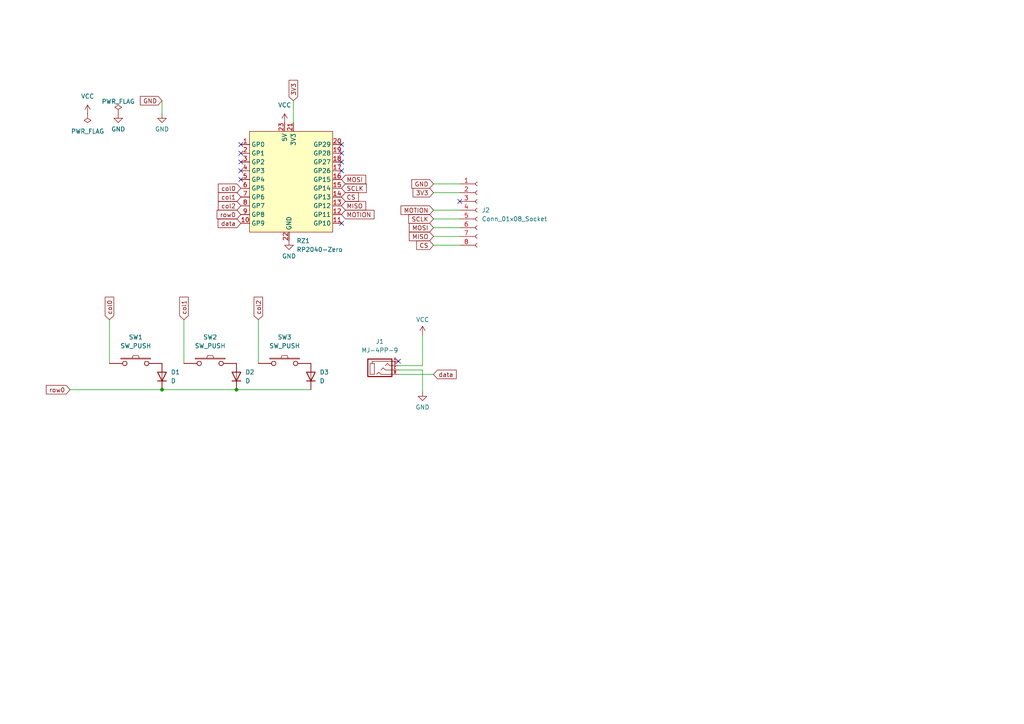
<source format=kicad_sch>
(kicad_sch (version 20230121) (generator eeschema)

  (uuid 3529b290-5177-4216-9dc6-c8171dc6140f)

  (paper "A4")

  (lib_symbols
    (symbol "Connector:Conn_01x08_Socket" (pin_names (offset 1.016) hide) (in_bom yes) (on_board yes)
      (property "Reference" "J" (at 0 10.16 0)
        (effects (font (size 1.27 1.27)))
      )
      (property "Value" "Conn_01x08_Socket" (at 0 -12.7 0)
        (effects (font (size 1.27 1.27)))
      )
      (property "Footprint" "" (at 0 0 0)
        (effects (font (size 1.27 1.27)) hide)
      )
      (property "Datasheet" "~" (at 0 0 0)
        (effects (font (size 1.27 1.27)) hide)
      )
      (property "ki_locked" "" (at 0 0 0)
        (effects (font (size 1.27 1.27)))
      )
      (property "ki_keywords" "connector" (at 0 0 0)
        (effects (font (size 1.27 1.27)) hide)
      )
      (property "ki_description" "Generic connector, single row, 01x08, script generated" (at 0 0 0)
        (effects (font (size 1.27 1.27)) hide)
      )
      (property "ki_fp_filters" "Connector*:*_1x??_*" (at 0 0 0)
        (effects (font (size 1.27 1.27)) hide)
      )
      (symbol "Conn_01x08_Socket_1_1"
        (arc (start 0 -9.652) (mid -0.5058 -10.16) (end 0 -10.668)
          (stroke (width 0.1524) (type default))
          (fill (type none))
        )
        (arc (start 0 -7.112) (mid -0.5058 -7.62) (end 0 -8.128)
          (stroke (width 0.1524) (type default))
          (fill (type none))
        )
        (arc (start 0 -4.572) (mid -0.5058 -5.08) (end 0 -5.588)
          (stroke (width 0.1524) (type default))
          (fill (type none))
        )
        (arc (start 0 -2.032) (mid -0.5058 -2.54) (end 0 -3.048)
          (stroke (width 0.1524) (type default))
          (fill (type none))
        )
        (polyline
          (pts
            (xy -1.27 -10.16)
            (xy -0.508 -10.16)
          )
          (stroke (width 0.1524) (type default))
          (fill (type none))
        )
        (polyline
          (pts
            (xy -1.27 -7.62)
            (xy -0.508 -7.62)
          )
          (stroke (width 0.1524) (type default))
          (fill (type none))
        )
        (polyline
          (pts
            (xy -1.27 -5.08)
            (xy -0.508 -5.08)
          )
          (stroke (width 0.1524) (type default))
          (fill (type none))
        )
        (polyline
          (pts
            (xy -1.27 -2.54)
            (xy -0.508 -2.54)
          )
          (stroke (width 0.1524) (type default))
          (fill (type none))
        )
        (polyline
          (pts
            (xy -1.27 0)
            (xy -0.508 0)
          )
          (stroke (width 0.1524) (type default))
          (fill (type none))
        )
        (polyline
          (pts
            (xy -1.27 2.54)
            (xy -0.508 2.54)
          )
          (stroke (width 0.1524) (type default))
          (fill (type none))
        )
        (polyline
          (pts
            (xy -1.27 5.08)
            (xy -0.508 5.08)
          )
          (stroke (width 0.1524) (type default))
          (fill (type none))
        )
        (polyline
          (pts
            (xy -1.27 7.62)
            (xy -0.508 7.62)
          )
          (stroke (width 0.1524) (type default))
          (fill (type none))
        )
        (arc (start 0 0.508) (mid -0.5058 0) (end 0 -0.508)
          (stroke (width 0.1524) (type default))
          (fill (type none))
        )
        (arc (start 0 3.048) (mid -0.5058 2.54) (end 0 2.032)
          (stroke (width 0.1524) (type default))
          (fill (type none))
        )
        (arc (start 0 5.588) (mid -0.5058 5.08) (end 0 4.572)
          (stroke (width 0.1524) (type default))
          (fill (type none))
        )
        (arc (start 0 8.128) (mid -0.5058 7.62) (end 0 7.112)
          (stroke (width 0.1524) (type default))
          (fill (type none))
        )
        (pin passive line (at -5.08 7.62 0) (length 3.81)
          (name "Pin_1" (effects (font (size 1.27 1.27))))
          (number "1" (effects (font (size 1.27 1.27))))
        )
        (pin passive line (at -5.08 5.08 0) (length 3.81)
          (name "Pin_2" (effects (font (size 1.27 1.27))))
          (number "2" (effects (font (size 1.27 1.27))))
        )
        (pin passive line (at -5.08 2.54 0) (length 3.81)
          (name "Pin_3" (effects (font (size 1.27 1.27))))
          (number "3" (effects (font (size 1.27 1.27))))
        )
        (pin passive line (at -5.08 0 0) (length 3.81)
          (name "Pin_4" (effects (font (size 1.27 1.27))))
          (number "4" (effects (font (size 1.27 1.27))))
        )
        (pin passive line (at -5.08 -2.54 0) (length 3.81)
          (name "Pin_5" (effects (font (size 1.27 1.27))))
          (number "5" (effects (font (size 1.27 1.27))))
        )
        (pin passive line (at -5.08 -5.08 0) (length 3.81)
          (name "Pin_6" (effects (font (size 1.27 1.27))))
          (number "6" (effects (font (size 1.27 1.27))))
        )
        (pin passive line (at -5.08 -7.62 0) (length 3.81)
          (name "Pin_7" (effects (font (size 1.27 1.27))))
          (number "7" (effects (font (size 1.27 1.27))))
        )
        (pin passive line (at -5.08 -10.16 0) (length 3.81)
          (name "Pin_8" (effects (font (size 1.27 1.27))))
          (number "8" (effects (font (size 1.27 1.27))))
        )
      )
    )
    (symbol "Device:D" (pin_numbers hide) (pin_names (offset 1.016) hide) (in_bom yes) (on_board yes)
      (property "Reference" "D" (at 0 2.54 0)
        (effects (font (size 1.27 1.27)))
      )
      (property "Value" "D" (at 0 -2.54 0)
        (effects (font (size 1.27 1.27)))
      )
      (property "Footprint" "" (at 0 0 0)
        (effects (font (size 1.27 1.27)) hide)
      )
      (property "Datasheet" "~" (at 0 0 0)
        (effects (font (size 1.27 1.27)) hide)
      )
      (property "Sim.Device" "D" (at 0 0 0)
        (effects (font (size 1.27 1.27)) hide)
      )
      (property "Sim.Pins" "1=K 2=A" (at 0 0 0)
        (effects (font (size 1.27 1.27)) hide)
      )
      (property "ki_keywords" "diode" (at 0 0 0)
        (effects (font (size 1.27 1.27)) hide)
      )
      (property "ki_description" "Diode" (at 0 0 0)
        (effects (font (size 1.27 1.27)) hide)
      )
      (property "ki_fp_filters" "TO-???* *_Diode_* *SingleDiode* D_*" (at 0 0 0)
        (effects (font (size 1.27 1.27)) hide)
      )
      (symbol "D_0_1"
        (polyline
          (pts
            (xy -1.27 1.27)
            (xy -1.27 -1.27)
          )
          (stroke (width 0.254) (type default))
          (fill (type none))
        )
        (polyline
          (pts
            (xy 1.27 0)
            (xy -1.27 0)
          )
          (stroke (width 0) (type default))
          (fill (type none))
        )
        (polyline
          (pts
            (xy 1.27 1.27)
            (xy 1.27 -1.27)
            (xy -1.27 0)
            (xy 1.27 1.27)
          )
          (stroke (width 0.254) (type default))
          (fill (type none))
        )
      )
      (symbol "D_1_1"
        (pin passive line (at -3.81 0 0) (length 2.54)
          (name "K" (effects (font (size 1.27 1.27))))
          (number "1" (effects (font (size 1.27 1.27))))
        )
        (pin passive line (at 3.81 0 180) (length 2.54)
          (name "A" (effects (font (size 1.27 1.27))))
          (number "2" (effects (font (size 1.27 1.27))))
        )
      )
    )
    (symbol "foostan_kbd:MJ-4PP-9" (pin_names (offset 1.016)) (in_bom yes) (on_board yes)
      (property "Reference" "J" (at 0 3.81 0)
        (effects (font (size 1.27 1.27)))
      )
      (property "Value" "MJ-4PP-9" (at 0 -3.81 0)
        (effects (font (size 1.27 1.27)))
      )
      (property "Footprint" "" (at 6.985 4.445 0)
        (effects (font (size 1.27 1.27)) hide)
      )
      (property "Datasheet" "~" (at 6.985 4.445 0)
        (effects (font (size 1.27 1.27)) hide)
      )
      (property "ki_keywords" "audio jack receptable stereo headphones TRRS connector" (at 0 0 0)
        (effects (font (size 1.27 1.27)) hide)
      )
      (property "ki_description" "4-pin (audio) jack receptable (stereo + 4th pin/TRRS connector), compatible with PJ320A" (at 0 0 0)
        (effects (font (size 1.27 1.27)) hide)
      )
      (symbol "MJ-4PP-9_0_1"
        (rectangle (start -1.905 -1.905) (end -3.175 1.27)
          (stroke (width 0) (type solid))
          (fill (type none))
        )
        (polyline
          (pts
            (xy -2.54 1.27)
            (xy -2.54 1.905)
            (xy 3.175 1.905)
          )
          (stroke (width 0) (type solid))
          (fill (type none))
        )
        (polyline
          (pts
            (xy -1.27 -1.905)
            (xy -0.635 -1.27)
            (xy 0 -1.905)
            (xy 3.175 -1.905)
          )
          (stroke (width 0) (type solid))
          (fill (type none))
        )
        (polyline
          (pts
            (xy 0 -0.635)
            (xy 0.635 0)
            (xy 1.27 -0.635)
            (xy 3.175 -0.635)
          )
          (stroke (width 0) (type solid))
          (fill (type none))
        )
        (polyline
          (pts
            (xy 1.27 0.635)
            (xy 1.905 1.27)
            (xy 2.54 0.635)
            (xy 3.175 0.635)
          )
          (stroke (width 0) (type solid))
          (fill (type none))
        )
        (rectangle (start 3.175 2.54) (end -3.81 -2.54)
          (stroke (width 0.3048) (type solid))
          (fill (type none))
        )
      )
      (symbol "MJ-4PP-9_1_1"
        (pin input line (at 5.08 1.905 180) (length 2.0066)
          (name "~" (effects (font (size 0.508 0.508))))
          (number "A" (effects (font (size 0.7112 0.7112))))
        )
        (pin input line (at 5.08 -1.905 180) (length 2.0066)
          (name "~" (effects (font (size 0.508 0.508))))
          (number "B" (effects (font (size 0.7112 0.7112))))
        )
        (pin input line (at 5.08 -0.635 180) (length 2.0066)
          (name "~" (effects (font (size 0.508 0.508))))
          (number "C" (effects (font (size 0.7112 0.7112))))
        )
        (pin input line (at 5.08 0.635 180) (length 2.0066)
          (name "~" (effects (font (size 0.508 0.508))))
          (number "D" (effects (font (size 0.7112 0.7112))))
        )
      )
    )
    (symbol "foostan_kbd:SW_PUSH" (pin_numbers hide) (pin_names (offset 1.016) hide) (in_bom yes) (on_board yes)
      (property "Reference" "SW" (at 3.81 2.794 0)
        (effects (font (size 1.27 1.27)))
      )
      (property "Value" "SW_PUSH" (at 0 -2.032 0)
        (effects (font (size 1.27 1.27)))
      )
      (property "Footprint" "" (at 0 0 0)
        (effects (font (size 1.27 1.27)))
      )
      (property "Datasheet" "" (at 0 0 0)
        (effects (font (size 1.27 1.27)))
      )
      (symbol "SW_PUSH_0_1"
        (rectangle (start -4.318 1.27) (end 4.318 1.524)
          (stroke (width 0) (type solid))
          (fill (type none))
        )
        (polyline
          (pts
            (xy -1.016 1.524)
            (xy -0.762 2.286)
            (xy 0.762 2.286)
            (xy 1.016 1.524)
          )
          (stroke (width 0) (type solid))
          (fill (type none))
        )
        (pin passive inverted (at -7.62 0 0) (length 5.08)
          (name "1" (effects (font (size 1.27 1.27))))
          (number "1" (effects (font (size 1.27 1.27))))
        )
        (pin passive inverted (at 7.62 0 180) (length 5.08)
          (name "2" (effects (font (size 1.27 1.27))))
          (number "2" (effects (font (size 1.27 1.27))))
        )
      )
    )
    (symbol "power:GND" (power) (pin_names (offset 0)) (in_bom yes) (on_board yes)
      (property "Reference" "#PWR" (at 0 -6.35 0)
        (effects (font (size 1.27 1.27)) hide)
      )
      (property "Value" "GND" (at 0 -3.81 0)
        (effects (font (size 1.27 1.27)))
      )
      (property "Footprint" "" (at 0 0 0)
        (effects (font (size 1.27 1.27)) hide)
      )
      (property "Datasheet" "" (at 0 0 0)
        (effects (font (size 1.27 1.27)) hide)
      )
      (property "ki_keywords" "global power" (at 0 0 0)
        (effects (font (size 1.27 1.27)) hide)
      )
      (property "ki_description" "Power symbol creates a global label with name \"GND\" , ground" (at 0 0 0)
        (effects (font (size 1.27 1.27)) hide)
      )
      (symbol "GND_0_1"
        (polyline
          (pts
            (xy 0 0)
            (xy 0 -1.27)
            (xy 1.27 -1.27)
            (xy 0 -2.54)
            (xy -1.27 -1.27)
            (xy 0 -1.27)
          )
          (stroke (width 0) (type default))
          (fill (type none))
        )
      )
      (symbol "GND_1_1"
        (pin power_in line (at 0 0 270) (length 0) hide
          (name "GND" (effects (font (size 1.27 1.27))))
          (number "1" (effects (font (size 1.27 1.27))))
        )
      )
    )
    (symbol "power:PWR_FLAG" (power) (pin_numbers hide) (pin_names (offset 0) hide) (in_bom yes) (on_board yes)
      (property "Reference" "#FLG" (at 0 1.905 0)
        (effects (font (size 1.27 1.27)) hide)
      )
      (property "Value" "PWR_FLAG" (at 0 3.81 0)
        (effects (font (size 1.27 1.27)))
      )
      (property "Footprint" "" (at 0 0 0)
        (effects (font (size 1.27 1.27)) hide)
      )
      (property "Datasheet" "~" (at 0 0 0)
        (effects (font (size 1.27 1.27)) hide)
      )
      (property "ki_keywords" "flag power" (at 0 0 0)
        (effects (font (size 1.27 1.27)) hide)
      )
      (property "ki_description" "Special symbol for telling ERC where power comes from" (at 0 0 0)
        (effects (font (size 1.27 1.27)) hide)
      )
      (symbol "PWR_FLAG_0_0"
        (pin power_out line (at 0 0 90) (length 0)
          (name "pwr" (effects (font (size 1.27 1.27))))
          (number "1" (effects (font (size 1.27 1.27))))
        )
      )
      (symbol "PWR_FLAG_0_1"
        (polyline
          (pts
            (xy 0 0)
            (xy 0 1.27)
            (xy -1.016 1.905)
            (xy 0 2.54)
            (xy 1.016 1.905)
            (xy 0 1.27)
          )
          (stroke (width 0) (type default))
          (fill (type none))
        )
      )
    )
    (symbol "power:VCC" (power) (pin_names (offset 0)) (in_bom yes) (on_board yes)
      (property "Reference" "#PWR" (at 0 -3.81 0)
        (effects (font (size 1.27 1.27)) hide)
      )
      (property "Value" "VCC" (at 0 3.81 0)
        (effects (font (size 1.27 1.27)))
      )
      (property "Footprint" "" (at 0 0 0)
        (effects (font (size 1.27 1.27)) hide)
      )
      (property "Datasheet" "" (at 0 0 0)
        (effects (font (size 1.27 1.27)) hide)
      )
      (property "ki_keywords" "global power" (at 0 0 0)
        (effects (font (size 1.27 1.27)) hide)
      )
      (property "ki_description" "Power symbol creates a global label with name \"VCC\"" (at 0 0 0)
        (effects (font (size 1.27 1.27)) hide)
      )
      (symbol "VCC_0_1"
        (polyline
          (pts
            (xy -0.762 1.27)
            (xy 0 2.54)
          )
          (stroke (width 0) (type default))
          (fill (type none))
        )
        (polyline
          (pts
            (xy 0 0)
            (xy 0 2.54)
          )
          (stroke (width 0) (type default))
          (fill (type none))
        )
        (polyline
          (pts
            (xy 0 2.54)
            (xy 0.762 1.27)
          )
          (stroke (width 0) (type default))
          (fill (type none))
        )
      )
      (symbol "VCC_1_1"
        (pin power_in line (at 0 0 90) (length 0) hide
          (name "VCC" (effects (font (size 1.27 1.27))))
          (number "1" (effects (font (size 1.27 1.27))))
        )
      )
    )
    (symbol "rp2040-zero:RP2040-Zero" (in_bom yes) (on_board yes)
      (property "Reference" "RZ" (at 0 0 0)
        (effects (font (size 1.27 1.27)))
      )
      (property "Value" "RP2040-Zero" (at 0 -2.54 0)
        (effects (font (size 1.27 1.27)))
      )
      (property "Footprint" "RP2040-Zero:RP2040-Zero" (at 0 0 0)
        (effects (font (size 1.27 1.27)))
      )
      (property "Datasheet" "" (at 0 0 0)
        (effects (font (size 1.27 1.27)) hide)
      )
      (symbol "RP2040-Zero_0_1"
        (rectangle (start -11.43 -15.24) (end 12.7 13.97)
          (stroke (width 0) (type default))
          (fill (type background))
        )
      )
      (symbol "RP2040-Zero_1_1"
        (pin bidirectional line (at -13.97 10.16 0) (length 2.54)
          (name "GP0" (effects (font (size 1.27 1.27))))
          (number "1" (effects (font (size 1.27 1.27))))
        )
        (pin bidirectional line (at -13.97 -12.7 0) (length 2.54)
          (name "GP9" (effects (font (size 1.27 1.27))))
          (number "10" (effects (font (size 1.27 1.27))))
        )
        (pin bidirectional line (at 15.24 -12.7 180) (length 2.54)
          (name "GP10" (effects (font (size 1.27 1.27))))
          (number "11" (effects (font (size 1.27 1.27))))
        )
        (pin bidirectional line (at 15.24 -10.16 180) (length 2.54)
          (name "GP11" (effects (font (size 1.27 1.27))))
          (number "12" (effects (font (size 1.27 1.27))))
        )
        (pin bidirectional line (at 15.24 -7.62 180) (length 2.54)
          (name "GP12" (effects (font (size 1.27 1.27))))
          (number "13" (effects (font (size 1.27 1.27))))
        )
        (pin bidirectional line (at 15.24 -5.08 180) (length 2.54)
          (name "GP13" (effects (font (size 1.27 1.27))))
          (number "14" (effects (font (size 1.27 1.27))))
        )
        (pin bidirectional line (at 15.24 -2.54 180) (length 2.54)
          (name "GP14" (effects (font (size 1.27 1.27))))
          (number "15" (effects (font (size 1.27 1.27))))
        )
        (pin bidirectional line (at 15.24 0 180) (length 2.54)
          (name "GP15" (effects (font (size 1.27 1.27))))
          (number "16" (effects (font (size 1.27 1.27))))
        )
        (pin bidirectional line (at 15.24 2.54 180) (length 2.54)
          (name "GP26" (effects (font (size 1.27 1.27))))
          (number "17" (effects (font (size 1.27 1.27))))
        )
        (pin bidirectional line (at 15.24 5.08 180) (length 2.54)
          (name "GP27" (effects (font (size 1.27 1.27))))
          (number "18" (effects (font (size 1.27 1.27))))
        )
        (pin bidirectional line (at 15.24 7.62 180) (length 2.54)
          (name "GP28" (effects (font (size 1.27 1.27))))
          (number "19" (effects (font (size 1.27 1.27))))
        )
        (pin bidirectional line (at -13.97 7.62 0) (length 2.54)
          (name "GP1" (effects (font (size 1.27 1.27))))
          (number "2" (effects (font (size 1.27 1.27))))
        )
        (pin bidirectional line (at 15.24 10.16 180) (length 2.54)
          (name "GP29" (effects (font (size 1.27 1.27))))
          (number "20" (effects (font (size 1.27 1.27))))
        )
        (pin power_out line (at 1.27 16.51 270) (length 2.54)
          (name "3V3" (effects (font (size 1.27 1.27))))
          (number "21" (effects (font (size 1.27 1.27))))
        )
        (pin power_in line (at 0 -17.78 90) (length 2.54)
          (name "GND" (effects (font (size 1.27 1.27))))
          (number "22" (effects (font (size 1.27 1.27))))
        )
        (pin power_in line (at -1.27 16.51 270) (length 2.54)
          (name "5V" (effects (font (size 1.27 1.27))))
          (number "23" (effects (font (size 1.27 1.27))))
        )
        (pin bidirectional line (at -13.97 5.08 0) (length 2.54)
          (name "GP2" (effects (font (size 1.27 1.27))))
          (number "3" (effects (font (size 1.27 1.27))))
        )
        (pin bidirectional line (at -13.97 2.54 0) (length 2.54)
          (name "GP3" (effects (font (size 1.27 1.27))))
          (number "4" (effects (font (size 1.27 1.27))))
        )
        (pin bidirectional line (at -13.97 0 0) (length 2.54)
          (name "GP4" (effects (font (size 1.27 1.27))))
          (number "5" (effects (font (size 1.27 1.27))))
        )
        (pin bidirectional line (at -13.97 -2.54 0) (length 2.54)
          (name "GP5" (effects (font (size 1.27 1.27))))
          (number "6" (effects (font (size 1.27 1.27))))
        )
        (pin bidirectional line (at -13.97 -5.08 0) (length 2.54)
          (name "GP6" (effects (font (size 1.27 1.27))))
          (number "7" (effects (font (size 1.27 1.27))))
        )
        (pin bidirectional line (at -13.97 -7.62 0) (length 2.54)
          (name "GP7" (effects (font (size 1.27 1.27))))
          (number "8" (effects (font (size 1.27 1.27))))
        )
        (pin bidirectional line (at -13.97 -10.16 0) (length 2.54)
          (name "GP8" (effects (font (size 1.27 1.27))))
          (number "9" (effects (font (size 1.27 1.27))))
        )
      )
    )
  )

  (junction (at 46.99 113.03) (diameter 0) (color 0 0 0 0)
    (uuid 664b1a7f-7bd3-410b-bbcb-d8177c06cbf4)
  )
  (junction (at 68.58 113.03) (diameter 0) (color 0 0 0 0)
    (uuid e4035a32-ac0e-4f1c-998e-18f1a54137c5)
  )

  (no_connect (at 69.85 49.53) (uuid 268a6209-7c3f-4ac3-9625-acd12eb2fdfd))
  (no_connect (at 99.06 64.77) (uuid 31088776-6596-4086-9c23-af42c2e2d9c1))
  (no_connect (at 99.06 49.53) (uuid 4a05ce41-2cb7-45cd-84d1-ca9bee64b75b))
  (no_connect (at 99.06 44.45) (uuid 54bd919a-8652-43ed-bd82-9eee1c4ef0b2))
  (no_connect (at 69.85 44.45) (uuid 6278ab98-a255-4faa-9b25-c793cd38babf))
  (no_connect (at 69.85 41.91) (uuid 7b0a4552-9666-43a7-a477-b1653fe28e39))
  (no_connect (at 99.06 46.99) (uuid 92a1bf9a-205f-4e76-87f4-0a5ce399620c))
  (no_connect (at 99.06 41.91) (uuid a9548c3e-86b3-4fab-859c-5c19813421b4))
  (no_connect (at 133.35 58.42) (uuid b47d5891-80ab-427c-a9ed-78af6cb7a792))
  (no_connect (at 69.85 52.07) (uuid ba7a13a2-de50-4b3f-be1a-b64a03683fa5))
  (no_connect (at 69.85 46.99) (uuid ee880f95-a311-4799-8067-e5db04a849b5))
  (no_connect (at 115.57 104.775) (uuid f8ac8a26-8e2e-41c8-8ce9-a7e3dc4a225c))

  (wire (pts (xy 115.57 108.585) (xy 125.73 108.585))
    (stroke (width 0) (type default))
    (uuid 111fe348-36df-483b-8bb8-83f76c5f6eb6)
  )
  (wire (pts (xy 46.99 113.03) (xy 68.58 113.03))
    (stroke (width 0) (type default))
    (uuid 1445e5c5-ff47-48e6-b724-3b678f38358c)
  )
  (wire (pts (xy 31.75 92.71) (xy 31.75 105.41))
    (stroke (width 0) (type default))
    (uuid 1b5867e0-49cc-4c3f-b02e-f8998cf7e6be)
  )
  (wire (pts (xy 125.73 63.5) (xy 133.35 63.5))
    (stroke (width 0) (type default))
    (uuid 1d5e5722-9c78-4883-a488-d51358d022a6)
  )
  (wire (pts (xy 68.58 113.03) (xy 90.17 113.03))
    (stroke (width 0) (type default))
    (uuid 3b1b6ce3-0574-41ed-9488-04ed9d52134e)
  )
  (wire (pts (xy 53.34 92.71) (xy 53.34 105.41))
    (stroke (width 0) (type default))
    (uuid 41e0116f-fd28-419d-b55a-98da236d4152)
  )
  (wire (pts (xy 122.555 107.315) (xy 122.555 113.665))
    (stroke (width 0) (type default))
    (uuid 42d9237c-d010-43be-b013-39727cfa412a)
  )
  (wire (pts (xy 125.73 55.88) (xy 133.35 55.88))
    (stroke (width 0) (type default))
    (uuid 63f9b378-b96b-4a4f-a5aa-014c37a58df9)
  )
  (wire (pts (xy 85.09 29.21) (xy 85.09 35.56))
    (stroke (width 0) (type default))
    (uuid 709f6e93-ee92-4415-bdbe-a5657578eb76)
  )
  (wire (pts (xy 125.73 68.58) (xy 133.35 68.58))
    (stroke (width 0) (type default))
    (uuid 7792636f-aad7-4053-869b-24233ba24932)
  )
  (wire (pts (xy 125.73 60.96) (xy 133.35 60.96))
    (stroke (width 0) (type default))
    (uuid 85c97a13-4c50-4935-9ce1-51c11cd9c432)
  )
  (wire (pts (xy 20.32 113.03) (xy 46.99 113.03))
    (stroke (width 0) (type default))
    (uuid 8ef4fbc7-58f1-429b-98b0-47601c0a6769)
  )
  (wire (pts (xy 115.57 106.045) (xy 122.555 106.045))
    (stroke (width 0) (type default))
    (uuid 92ab9fe5-ef80-4ffa-b6ff-c5457a0dbd4b)
  )
  (wire (pts (xy 125.73 66.04) (xy 133.35 66.04))
    (stroke (width 0) (type default))
    (uuid 9376fae5-4d11-4a42-b694-907dcca9491e)
  )
  (wire (pts (xy 46.99 29.21) (xy 46.99 33.02))
    (stroke (width 0) (type default))
    (uuid af6d7942-1e8a-4e2c-808d-daaa96921ea3)
  )
  (wire (pts (xy 125.73 71.12) (xy 133.35 71.12))
    (stroke (width 0) (type default))
    (uuid b6c6eb7c-95c0-4330-ad9c-80404194be51)
  )
  (wire (pts (xy 122.555 106.045) (xy 122.555 97.155))
    (stroke (width 0) (type default))
    (uuid d21f384e-4eb4-4563-83d9-83343bf66f25)
  )
  (wire (pts (xy 74.93 92.71) (xy 74.93 105.41))
    (stroke (width 0) (type default))
    (uuid d4191291-8707-40f1-ac1a-90b52a72d39b)
  )
  (wire (pts (xy 125.73 53.34) (xy 133.35 53.34))
    (stroke (width 0) (type default))
    (uuid d50c1a14-4fc5-43b0-be2d-a42aaaf8e745)
  )
  (wire (pts (xy 115.57 107.315) (xy 122.555 107.315))
    (stroke (width 0) (type default))
    (uuid f60f6665-c107-4966-9450-6d53f0eb2144)
  )

  (global_label "SCLK" (shape input) (at 99.06 54.61 0) (fields_autoplaced)
    (effects (font (size 1.27 1.27)) (justify left))
    (uuid 03c93eb3-4b4b-4e81-9068-b5c00d560514)
    (property "Intersheetrefs" "${INTERSHEET_REFS}" (at 106.8228 54.61 0)
      (effects (font (size 1.27 1.27)) (justify left) hide)
    )
    (property "シート間のリファレンス" "${INTERSHEET_REFS}" (at 99.06 56.8008 0)
      (effects (font (size 1.27 1.27)) (justify left) hide)
    )
  )
  (global_label "3V3" (shape input) (at 125.73 55.88 180) (fields_autoplaced)
    (effects (font (size 1.27 1.27)) (justify right))
    (uuid 03d98ac0-eaa4-4fb0-9172-7f57cc8c664b)
    (property "Intersheetrefs" "${INTERSHEET_REFS}" (at 119.2372 55.88 0)
      (effects (font (size 1.27 1.27)) (justify right) hide)
    )
    (property "シート間のリファレンス" "${INTERSHEET_REFS}" (at 125.73 58.0708 0)
      (effects (font (size 1.27 1.27)) (justify right) hide)
    )
  )
  (global_label "data" (shape input) (at 69.85 64.77 180) (fields_autoplaced)
    (effects (font (size 1.27 1.27)) (justify right))
    (uuid 1e9505c8-1367-44c7-aea7-2e912515d440)
    (property "Intersheetrefs" "${INTERSHEET_REFS}" (at 62.6921 64.77 0)
      (effects (font (size 1.27 1.27)) (justify right) hide)
    )
  )
  (global_label "MOTION" (shape input) (at 125.73 60.96 180) (fields_autoplaced)
    (effects (font (size 1.27 1.27)) (justify right))
    (uuid 1fa42bcb-2cb7-4fe9-a387-07175a794366)
    (property "Intersheetrefs" "${INTERSHEET_REFS}" (at 115.7295 60.96 0)
      (effects (font (size 1.27 1.27)) (justify right) hide)
    )
    (property "シート間のリファレンス" "${INTERSHEET_REFS}" (at 125.73 63.1508 0)
      (effects (font (size 1.27 1.27)) (justify right) hide)
    )
  )
  (global_label "data" (shape input) (at 125.73 108.585 0) (fields_autoplaced)
    (effects (font (size 1.27 1.27)) (justify left))
    (uuid 20f9e15b-1e6d-4f67-9ace-f0df0bee03da)
    (property "Intersheetrefs" "${INTERSHEET_REFS}" (at 132.8879 108.585 0)
      (effects (font (size 1.27 1.27)) (justify left) hide)
    )
  )
  (global_label "CS" (shape input) (at 125.73 71.12 180) (fields_autoplaced)
    (effects (font (size 1.27 1.27)) (justify right))
    (uuid 278cb886-4925-418b-bde4-9dbcc69f4bf1)
    (property "Intersheetrefs" "${INTERSHEET_REFS}" (at 120.2653 71.12 0)
      (effects (font (size 1.27 1.27)) (justify right) hide)
    )
    (property "シート間のリファレンス" "${INTERSHEET_REFS}" (at 125.73 73.3108 0)
      (effects (font (size 1.27 1.27)) (justify right) hide)
    )
  )
  (global_label "CS" (shape input) (at 99.06 57.15 0) (fields_autoplaced)
    (effects (font (size 1.27 1.27)) (justify left))
    (uuid 3e6cabaa-c86a-4ec3-b652-b8f4df7e20a5)
    (property "Intersheetrefs" "${INTERSHEET_REFS}" (at 104.5247 57.15 0)
      (effects (font (size 1.27 1.27)) (justify left) hide)
    )
    (property "シート間のリファレンス" "${INTERSHEET_REFS}" (at 99.06 59.3408 0)
      (effects (font (size 1.27 1.27)) (justify left) hide)
    )
  )
  (global_label "MOTION" (shape input) (at 99.06 62.23 0) (fields_autoplaced)
    (effects (font (size 1.27 1.27)) (justify left))
    (uuid 7596f95e-28f6-43c4-a51e-a440c23a0a37)
    (property "Intersheetrefs" "${INTERSHEET_REFS}" (at 109.0605 62.23 0)
      (effects (font (size 1.27 1.27)) (justify left) hide)
    )
    (property "シート間のリファレンス" "${INTERSHEET_REFS}" (at 99.06 64.4208 0)
      (effects (font (size 1.27 1.27)) (justify left) hide)
    )
  )
  (global_label "GND" (shape input) (at 46.99 29.21 180) (fields_autoplaced)
    (effects (font (size 1.27 1.27)) (justify right))
    (uuid 805430e0-75c8-4a83-afd9-fcc627cf62ad)
    (property "Intersheetrefs" "${INTERSHEET_REFS}" (at 40.1343 29.21 0)
      (effects (font (size 1.27 1.27)) (justify right) hide)
    )
  )
  (global_label "row0" (shape input) (at 20.32 113.03 180) (fields_autoplaced)
    (effects (font (size 1.27 1.27)) (justify right))
    (uuid 88a8383c-ee8a-4725-82e9-cc0a0a4c9880)
    (property "Intersheetrefs" "${INTERSHEET_REFS}" (at 20.32 113.03 0)
      (effects (font (size 1.27 1.27)) hide)
    )
    (property "シート間のリファレンス" "${INTERSHEET_REFS}" (at 13.4317 112.9506 0)
      (effects (font (size 1.27 1.27)) (justify right) hide)
    )
  )
  (global_label "MOSI" (shape input) (at 125.73 66.04 180) (fields_autoplaced)
    (effects (font (size 1.27 1.27)) (justify right))
    (uuid 8e2b5f5b-ada4-4157-8bc5-66abae5405b9)
    (property "Intersheetrefs" "${INTERSHEET_REFS}" (at 118.1486 66.04 0)
      (effects (font (size 1.27 1.27)) (justify right) hide)
    )
    (property "シート間のリファレンス" "${INTERSHEET_REFS}" (at 125.73 68.2308 0)
      (effects (font (size 1.27 1.27)) (justify right) hide)
    )
  )
  (global_label "col0" (shape input) (at 69.85 54.61 180) (fields_autoplaced)
    (effects (font (size 1.27 1.27)) (justify right))
    (uuid 9688f1ee-6241-464b-8581-e08137e19ecc)
    (property "Intersheetrefs" "${INTERSHEET_REFS}" (at 62.7525 54.61 0)
      (effects (font (size 1.27 1.27)) (justify right) hide)
    )
    (property "シート間のリファレンス" "${INTERSHEET_REFS}" (at 69.85 56.8008 0)
      (effects (font (size 1.27 1.27)) (justify right) hide)
    )
  )
  (global_label "MISO" (shape input) (at 125.73 68.58 180) (fields_autoplaced)
    (effects (font (size 1.27 1.27)) (justify right))
    (uuid 9fb2db26-aa49-4f40-afeb-10d5e1c5975c)
    (property "Intersheetrefs" "${INTERSHEET_REFS}" (at 118.1486 68.58 0)
      (effects (font (size 1.27 1.27)) (justify right) hide)
    )
    (property "シート間のリファレンス" "${INTERSHEET_REFS}" (at 125.73 70.7708 0)
      (effects (font (size 1.27 1.27)) (justify right) hide)
    )
  )
  (global_label "MOSI" (shape input) (at 99.06 52.07 0) (fields_autoplaced)
    (effects (font (size 1.27 1.27)) (justify left))
    (uuid ac67cd98-a12c-4c4a-8881-b4ebea9c64ef)
    (property "Intersheetrefs" "${INTERSHEET_REFS}" (at 106.6414 52.07 0)
      (effects (font (size 1.27 1.27)) (justify left) hide)
    )
    (property "シート間のリファレンス" "${INTERSHEET_REFS}" (at 99.06 54.2608 0)
      (effects (font (size 1.27 1.27)) (justify left) hide)
    )
  )
  (global_label "GND" (shape input) (at 125.73 53.34 180) (fields_autoplaced)
    (effects (font (size 1.27 1.27)) (justify right))
    (uuid b01b8c05-c2cd-450d-987d-46781f180594)
    (property "Intersheetrefs" "${INTERSHEET_REFS}" (at 118.8743 53.34 0)
      (effects (font (size 1.27 1.27)) (justify right) hide)
    )
  )
  (global_label "col2" (shape input) (at 74.93 92.71 90) (fields_autoplaced)
    (effects (font (size 1.27 1.27)) (justify left))
    (uuid b082f5de-2cbd-4c9b-b293-916372036182)
    (property "Intersheetrefs" "${INTERSHEET_REFS}" (at 74.93 85.6125 90)
      (effects (font (size 1.27 1.27)) (justify left) hide)
    )
    (property "シート間のリファレンス" "${INTERSHEET_REFS}" (at 77.1208 92.71 90)
      (effects (font (size 1.27 1.27)) (justify left) hide)
    )
  )
  (global_label "col1" (shape input) (at 53.34 92.71 90) (fields_autoplaced)
    (effects (font (size 1.27 1.27)) (justify left))
    (uuid b8ddad36-1b2b-4fdc-a9c9-b918f860787a)
    (property "Intersheetrefs" "${INTERSHEET_REFS}" (at 53.34 85.6125 90)
      (effects (font (size 1.27 1.27)) (justify left) hide)
    )
    (property "シート間のリファレンス" "${INTERSHEET_REFS}" (at 55.5308 92.71 90)
      (effects (font (size 1.27 1.27)) (justify left) hide)
    )
  )
  (global_label "SCLK" (shape input) (at 125.73 63.5 180) (fields_autoplaced)
    (effects (font (size 1.27 1.27)) (justify right))
    (uuid bc79f212-4d9f-4a02-8735-9f22bbf65cf7)
    (property "Intersheetrefs" "${INTERSHEET_REFS}" (at 117.9672 63.5 0)
      (effects (font (size 1.27 1.27)) (justify right) hide)
    )
    (property "シート間のリファレンス" "${INTERSHEET_REFS}" (at 125.73 65.6908 0)
      (effects (font (size 1.27 1.27)) (justify right) hide)
    )
  )
  (global_label "row0" (shape input) (at 69.85 62.23 180) (fields_autoplaced)
    (effects (font (size 1.27 1.27)) (justify right))
    (uuid c1ced139-6d54-4e86-b440-5357838378a0)
    (property "Intersheetrefs" "${INTERSHEET_REFS}" (at 69.85 62.23 0)
      (effects (font (size 1.27 1.27)) hide)
    )
    (property "シート間のリファレンス" "${INTERSHEET_REFS}" (at 62.9617 62.1506 0)
      (effects (font (size 1.27 1.27)) (justify right) hide)
    )
  )
  (global_label "col0" (shape input) (at 31.75 92.71 90) (fields_autoplaced)
    (effects (font (size 1.27 1.27)) (justify left))
    (uuid c4fdd742-f1dc-47b6-83f2-9399415280da)
    (property "Intersheetrefs" "${INTERSHEET_REFS}" (at 31.75 92.71 0)
      (effects (font (size 1.27 1.27)) hide)
    )
    (property "シート間のリファレンス" "${INTERSHEET_REFS}" (at 31.6706 86.1845 90)
      (effects (font (size 1.27 1.27)) (justify left) hide)
    )
  )
  (global_label "MISO" (shape input) (at 99.06 59.69 0) (fields_autoplaced)
    (effects (font (size 1.27 1.27)) (justify left))
    (uuid cbe53d30-4f56-4d04-80fa-561fb64e26d6)
    (property "Intersheetrefs" "${INTERSHEET_REFS}" (at 106.6414 59.69 0)
      (effects (font (size 1.27 1.27)) (justify left) hide)
    )
    (property "シート間のリファレンス" "${INTERSHEET_REFS}" (at 99.06 61.8808 0)
      (effects (font (size 1.27 1.27)) (justify left) hide)
    )
  )
  (global_label "3V3" (shape input) (at 85.09 29.21 90) (fields_autoplaced)
    (effects (font (size 1.27 1.27)) (justify left))
    (uuid d6a590af-e200-4ae0-9ca4-6ca1dd8fea13)
    (property "Intersheetrefs" "${INTERSHEET_REFS}" (at 85.09 22.7172 90)
      (effects (font (size 1.27 1.27)) (justify left) hide)
    )
    (property "シート間のリファレンス" "${INTERSHEET_REFS}" (at 87.2808 29.21 90)
      (effects (font (size 1.27 1.27)) (justify left) hide)
    )
  )
  (global_label "col1" (shape input) (at 69.85 57.15 180) (fields_autoplaced)
    (effects (font (size 1.27 1.27)) (justify right))
    (uuid f7ab9506-c8ed-4e5d-8b1e-0f14a2378465)
    (property "Intersheetrefs" "${INTERSHEET_REFS}" (at 62.7525 57.15 0)
      (effects (font (size 1.27 1.27)) (justify right) hide)
    )
    (property "シート間のリファレンス" "${INTERSHEET_REFS}" (at 69.85 59.3408 0)
      (effects (font (size 1.27 1.27)) (justify right) hide)
    )
  )
  (global_label "col2" (shape input) (at 69.85 59.69 180) (fields_autoplaced)
    (effects (font (size 1.27 1.27)) (justify right))
    (uuid fc669834-a9fd-4386-9597-7442d83aed77)
    (property "Intersheetrefs" "${INTERSHEET_REFS}" (at 62.7525 59.69 0)
      (effects (font (size 1.27 1.27)) (justify right) hide)
    )
    (property "シート間のリファレンス" "${INTERSHEET_REFS}" (at 69.85 61.8808 0)
      (effects (font (size 1.27 1.27)) (justify right) hide)
    )
  )

  (symbol (lib_id "power:VCC") (at 122.555 97.155 0) (unit 1)
    (in_bom yes) (on_board yes) (dnp no) (fields_autoplaced)
    (uuid 09e9d63e-4999-4d93-8817-b8ab7806537f)
    (property "Reference" "#PWR06" (at 122.555 100.965 0)
      (effects (font (size 1.27 1.27)) hide)
    )
    (property "Value" "VCC" (at 122.555 92.71 0)
      (effects (font (size 1.27 1.27)))
    )
    (property "Footprint" "" (at 122.555 97.155 0)
      (effects (font (size 1.27 1.27)) hide)
    )
    (property "Datasheet" "" (at 122.555 97.155 0)
      (effects (font (size 1.27 1.27)) hide)
    )
    (pin "1" (uuid b446f7fd-9234-4107-a941-16ec34677508))
    (instances
      (project "trackmacro"
        (path "/3529b290-5177-4216-9dc6-c8171dc6140f"
          (reference "#PWR06") (unit 1)
        )
      )
    )
  )

  (symbol (lib_id "power:PWR_FLAG") (at 25.4 33.02 180) (unit 1)
    (in_bom yes) (on_board yes) (dnp no) (fields_autoplaced)
    (uuid 0f6c07a1-f8d0-4ad2-a524-20fcc22ca4ca)
    (property "Reference" "#FLG01" (at 25.4 34.925 0)
      (effects (font (size 1.27 1.27)) hide)
    )
    (property "Value" "PWR_FLAG" (at 25.4 38.1 0)
      (effects (font (size 1.27 1.27)))
    )
    (property "Footprint" "" (at 25.4 33.02 0)
      (effects (font (size 1.27 1.27)) hide)
    )
    (property "Datasheet" "~" (at 25.4 33.02 0)
      (effects (font (size 1.27 1.27)) hide)
    )
    (pin "1" (uuid 781dc57a-dbdd-4144-b1e4-7bcb78c86adc))
    (instances
      (project "trackmacro"
        (path "/3529b290-5177-4216-9dc6-c8171dc6140f"
          (reference "#FLG01") (unit 1)
        )
      )
    )
  )

  (symbol (lib_id "power:GND") (at 122.555 113.665 0) (unit 1)
    (in_bom yes) (on_board yes) (dnp no) (fields_autoplaced)
    (uuid 12993803-9ff2-494e-9ee4-27dd95624a31)
    (property "Reference" "#PWR07" (at 122.555 120.015 0)
      (effects (font (size 1.27 1.27)) hide)
    )
    (property "Value" "GND" (at 122.555 118.11 0)
      (effects (font (size 1.27 1.27)))
    )
    (property "Footprint" "" (at 122.555 113.665 0)
      (effects (font (size 1.27 1.27)) hide)
    )
    (property "Datasheet" "" (at 122.555 113.665 0)
      (effects (font (size 1.27 1.27)) hide)
    )
    (pin "1" (uuid dc6e6c3d-cda0-4048-a195-ec889d679ab0))
    (instances
      (project "trackmacro"
        (path "/3529b290-5177-4216-9dc6-c8171dc6140f"
          (reference "#PWR07") (unit 1)
        )
      )
    )
  )

  (symbol (lib_id "power:GND") (at 83.82 69.85 0) (unit 1)
    (in_bom yes) (on_board yes) (dnp no) (fields_autoplaced)
    (uuid 32498db7-5fb3-4516-b3c5-86dea77d7ada)
    (property "Reference" "#PWR05" (at 83.82 76.2 0)
      (effects (font (size 1.27 1.27)) hide)
    )
    (property "Value" "GND" (at 83.82 74.2934 0)
      (effects (font (size 1.27 1.27)))
    )
    (property "Footprint" "" (at 83.82 69.85 0)
      (effects (font (size 1.27 1.27)) hide)
    )
    (property "Datasheet" "" (at 83.82 69.85 0)
      (effects (font (size 1.27 1.27)) hide)
    )
    (pin "1" (uuid 1e12f86f-3e35-4243-aa0c-fb812215b0a2))
    (instances
      (project "trackmacro"
        (path "/3529b290-5177-4216-9dc6-c8171dc6140f"
          (reference "#PWR05") (unit 1)
        )
      )
    )
  )

  (symbol (lib_id "foostan_kbd:SW_PUSH") (at 39.37 105.41 0) (unit 1)
    (in_bom yes) (on_board yes) (dnp no) (fields_autoplaced)
    (uuid 3bcac426-ac85-48a3-bf89-ee17b2f2c3ba)
    (property "Reference" "SW1" (at 39.37 97.79 0)
      (effects (font (size 1.27 1.27)))
    )
    (property "Value" "SW_PUSH" (at 39.37 100.33 0)
      (effects (font (size 1.27 1.27)))
    )
    (property "Footprint" "trackmacro:Kailh_socket_PG1350" (at 39.37 105.41 0)
      (effects (font (size 1.27 1.27)) hide)
    )
    (property "Datasheet" "" (at 39.37 105.41 0)
      (effects (font (size 1.27 1.27)))
    )
    (pin "1" (uuid 23df77b8-f9d2-4f45-bf24-69e3aa860a91))
    (pin "2" (uuid 41b1739a-bad4-4cbf-bc29-37d5a6c6ac0e))
    (instances
      (project "trackmacro"
        (path "/3529b290-5177-4216-9dc6-c8171dc6140f"
          (reference "SW1") (unit 1)
        )
      )
    )
  )

  (symbol (lib_id "power:VCC") (at 25.4 33.02 0) (unit 1)
    (in_bom yes) (on_board yes) (dnp no) (fields_autoplaced)
    (uuid 5d3ea1ce-0c59-41d8-a0f0-b19fb5ceee80)
    (property "Reference" "#PWR01" (at 25.4 36.83 0)
      (effects (font (size 1.27 1.27)) hide)
    )
    (property "Value" "VCC" (at 25.4 27.94 0)
      (effects (font (size 1.27 1.27)))
    )
    (property "Footprint" "" (at 25.4 33.02 0)
      (effects (font (size 1.27 1.27)) hide)
    )
    (property "Datasheet" "" (at 25.4 33.02 0)
      (effects (font (size 1.27 1.27)) hide)
    )
    (pin "1" (uuid 71042817-7132-4a7b-8fa9-cdcf4e4be557))
    (instances
      (project "trackmacro"
        (path "/3529b290-5177-4216-9dc6-c8171dc6140f"
          (reference "#PWR01") (unit 1)
        )
      )
    )
  )

  (symbol (lib_id "Device:D") (at 90.17 109.22 90) (unit 1)
    (in_bom yes) (on_board yes) (dnp no) (fields_autoplaced)
    (uuid 66340a91-e89d-4039-81f9-e3c6ed0da742)
    (property "Reference" "D3" (at 92.71 107.95 90)
      (effects (font (size 1.27 1.27)) (justify right))
    )
    (property "Value" "D" (at 92.71 110.49 90)
      (effects (font (size 1.27 1.27)) (justify right))
    )
    (property "Footprint" "trackmacro:D3_SMD" (at 90.17 109.22 0)
      (effects (font (size 1.27 1.27)) hide)
    )
    (property "Datasheet" "~" (at 90.17 109.22 0)
      (effects (font (size 1.27 1.27)) hide)
    )
    (property "Sim.Device" "D" (at 90.17 109.22 0)
      (effects (font (size 1.27 1.27)) hide)
    )
    (property "Sim.Pins" "1=K 2=A" (at 90.17 109.22 0)
      (effects (font (size 1.27 1.27)) hide)
    )
    (pin "1" (uuid de3ab43c-7233-422c-9783-a047519f9ab1))
    (pin "2" (uuid 5994d458-440b-43bb-9644-ee0e6e3885a0))
    (instances
      (project "trackmacro"
        (path "/3529b290-5177-4216-9dc6-c8171dc6140f"
          (reference "D3") (unit 1)
        )
      )
    )
  )

  (symbol (lib_id "power:GND") (at 46.99 33.02 0) (unit 1)
    (in_bom yes) (on_board yes) (dnp no) (fields_autoplaced)
    (uuid 75538381-cc7f-449f-ac54-f3836e441d95)
    (property "Reference" "#PWR03" (at 46.99 39.37 0)
      (effects (font (size 1.27 1.27)) hide)
    )
    (property "Value" "GND" (at 46.99 37.4634 0)
      (effects (font (size 1.27 1.27)))
    )
    (property "Footprint" "" (at 46.99 33.02 0)
      (effects (font (size 1.27 1.27)) hide)
    )
    (property "Datasheet" "" (at 46.99 33.02 0)
      (effects (font (size 1.27 1.27)) hide)
    )
    (pin "1" (uuid 42cc2117-b1d5-4a2f-ac9d-0fc81d9cc654))
    (instances
      (project "trackmacro"
        (path "/3529b290-5177-4216-9dc6-c8171dc6140f"
          (reference "#PWR03") (unit 1)
        )
      )
    )
  )

  (symbol (lib_id "Device:D") (at 46.99 109.22 90) (unit 1)
    (in_bom yes) (on_board yes) (dnp no) (fields_autoplaced)
    (uuid 7cd1b6d3-c5e0-4334-ae57-4959fecf853a)
    (property "Reference" "D1" (at 49.53 107.95 90)
      (effects (font (size 1.27 1.27)) (justify right))
    )
    (property "Value" "D" (at 49.53 110.49 90)
      (effects (font (size 1.27 1.27)) (justify right))
    )
    (property "Footprint" "trackmacro:D3_SMD" (at 46.99 109.22 0)
      (effects (font (size 1.27 1.27)) hide)
    )
    (property "Datasheet" "~" (at 46.99 109.22 0)
      (effects (font (size 1.27 1.27)) hide)
    )
    (property "Sim.Device" "D" (at 46.99 109.22 0)
      (effects (font (size 1.27 1.27)) hide)
    )
    (property "Sim.Pins" "1=K 2=A" (at 46.99 109.22 0)
      (effects (font (size 1.27 1.27)) hide)
    )
    (pin "1" (uuid 4477c802-f9a1-4efe-ac3a-55913be873f8))
    (pin "2" (uuid 0233a099-743b-4613-9d29-e0404b459d53))
    (instances
      (project "trackmacro"
        (path "/3529b290-5177-4216-9dc6-c8171dc6140f"
          (reference "D1") (unit 1)
        )
      )
    )
  )

  (symbol (lib_id "Device:D") (at 68.58 109.22 90) (unit 1)
    (in_bom yes) (on_board yes) (dnp no) (fields_autoplaced)
    (uuid 7fe49d90-8e3a-4dae-9602-fca5aac535c4)
    (property "Reference" "D2" (at 71.12 107.95 90)
      (effects (font (size 1.27 1.27)) (justify right))
    )
    (property "Value" "D" (at 71.12 110.49 90)
      (effects (font (size 1.27 1.27)) (justify right))
    )
    (property "Footprint" "trackmacro:D3_SMD" (at 68.58 109.22 0)
      (effects (font (size 1.27 1.27)) hide)
    )
    (property "Datasheet" "~" (at 68.58 109.22 0)
      (effects (font (size 1.27 1.27)) hide)
    )
    (property "Sim.Device" "D" (at 68.58 109.22 0)
      (effects (font (size 1.27 1.27)) hide)
    )
    (property "Sim.Pins" "1=K 2=A" (at 68.58 109.22 0)
      (effects (font (size 1.27 1.27)) hide)
    )
    (pin "1" (uuid 1cf804cb-762c-40a1-a49d-41fad49cbbee))
    (pin "2" (uuid 67ebbd4f-1f4f-4416-a0f8-09b78e70febf))
    (instances
      (project "trackmacro"
        (path "/3529b290-5177-4216-9dc6-c8171dc6140f"
          (reference "D2") (unit 1)
        )
      )
    )
  )

  (symbol (lib_id "rp2040-zero:RP2040-Zero") (at 83.82 52.07 0) (unit 1)
    (in_bom yes) (on_board yes) (dnp no) (fields_autoplaced)
    (uuid c002b765-e474-4ed3-b865-cadf2fdce9b8)
    (property "Reference" "RZ1" (at 86.0141 69.85 0)
      (effects (font (size 1.27 1.27)) (justify left))
    )
    (property "Value" "RP2040-Zero" (at 86.0141 72.39 0)
      (effects (font (size 1.27 1.27)) (justify left))
    )
    (property "Footprint" "trackmacro:RP2040-Zero" (at 86.0141 74.93 0)
      (effects (font (size 1.27 1.27)) (justify left) hide)
    )
    (property "Datasheet" "" (at 83.82 52.07 0)
      (effects (font (size 1.27 1.27)) hide)
    )
    (pin "1" (uuid c900d228-3da3-4cda-b137-c787a19da055))
    (pin "10" (uuid 51d0996a-c980-4dbf-9761-82bb1abead0e))
    (pin "11" (uuid 74024d96-4dae-49ab-8cdd-3cfb1cc9a1c2))
    (pin "12" (uuid 00302cc0-fd4c-45ad-8968-2297894a3ff5))
    (pin "13" (uuid b45ed85e-b5d2-4d78-a269-eb154a341e5b))
    (pin "14" (uuid 0e4226e3-7eed-423f-bc5a-c8f14c584aed))
    (pin "15" (uuid bd305f24-922d-4707-a28e-a7283ebf7eda))
    (pin "16" (uuid 87dabbec-9416-4e8d-a239-37cc495e61b5))
    (pin "17" (uuid 9baf2d94-7b71-4a76-8309-a43d39fd1e0f))
    (pin "18" (uuid 298ee155-ab25-4c7c-a9de-091553119fe5))
    (pin "19" (uuid d01d89d1-e736-423d-b99a-6c9f5bbf8547))
    (pin "2" (uuid 05b5e0ec-3a11-494f-9bb2-3ed1074267d4))
    (pin "20" (uuid fd67aeca-c2d0-4a7c-9eba-27f8342c797c))
    (pin "21" (uuid a48ec74c-7e7b-48c1-8a49-44052dd644ee))
    (pin "22" (uuid 0f537616-5bb6-4bba-a5c0-919cbacf8ab0))
    (pin "23" (uuid 8331e5a7-f90b-4616-86fc-f081e5093d06))
    (pin "3" (uuid c8f164c4-19af-4ac4-a7bb-7d099c08ba27))
    (pin "4" (uuid abf46df8-fa2e-4245-b6c3-98c5141a5d06))
    (pin "5" (uuid 2d7e27c8-61e4-43e9-93de-d783b79abd24))
    (pin "6" (uuid 0fbb6463-01a5-4099-a95b-bbd2b90fbec7))
    (pin "7" (uuid 40d7e0e5-c794-454c-a7cb-42212c7869cd))
    (pin "8" (uuid e2a48ea0-85c5-4be1-bf78-73e3b0d5b1e6))
    (pin "9" (uuid 0a050e52-89cd-41e7-b18a-826c69d9810c))
    (instances
      (project "trackmacro"
        (path "/3529b290-5177-4216-9dc6-c8171dc6140f"
          (reference "RZ1") (unit 1)
        )
      )
    )
  )

  (symbol (lib_id "foostan_kbd:MJ-4PP-9") (at 110.49 106.68 0) (unit 1)
    (in_bom yes) (on_board yes) (dnp no) (fields_autoplaced)
    (uuid c15df267-fc94-43ac-a5df-5cad8922c0a9)
    (property "Reference" "J1" (at 110.1725 99.06 0)
      (effects (font (size 1.27 1.27)))
    )
    (property "Value" "MJ-4PP-9" (at 110.1725 101.6 0)
      (effects (font (size 1.27 1.27)))
    )
    (property "Footprint" "trackmacro:MJ-4PP-9" (at 117.475 102.235 0)
      (effects (font (size 1.27 1.27)) hide)
    )
    (property "Datasheet" "~" (at 117.475 102.235 0)
      (effects (font (size 1.27 1.27)) hide)
    )
    (pin "A" (uuid 8b544230-a732-476e-ae88-0f8dd97e11a1))
    (pin "B" (uuid ec316d3f-ee13-40fd-94b3-e9bcd53c8d1d))
    (pin "C" (uuid a19b47dd-9830-41ae-ba4e-cf94ae4f7b83))
    (pin "D" (uuid 24629c46-6649-4e4c-8914-ca6043e1494f))
    (instances
      (project "trackmacro"
        (path "/3529b290-5177-4216-9dc6-c8171dc6140f"
          (reference "J1") (unit 1)
        )
      )
    )
  )

  (symbol (lib_id "foostan_kbd:SW_PUSH") (at 82.55 105.41 0) (unit 1)
    (in_bom yes) (on_board yes) (dnp no)
    (uuid c21c81ec-0114-4d8b-8d97-5b7901344b20)
    (property "Reference" "SW3" (at 82.55 97.79 0)
      (effects (font (size 1.27 1.27)))
    )
    (property "Value" "SW_PUSH" (at 82.55 100.33 0)
      (effects (font (size 1.27 1.27)))
    )
    (property "Footprint" "trackmacro:Kailh_socket_PG1350" (at 82.55 105.41 0)
      (effects (font (size 1.27 1.27)) hide)
    )
    (property "Datasheet" "" (at 82.55 105.41 0)
      (effects (font (size 1.27 1.27)))
    )
    (pin "1" (uuid 8bbc33b4-14c3-42a7-8277-20c76848b1b0))
    (pin "2" (uuid 70004cab-58dd-4fbf-8d8a-dd9b19eb0de0))
    (instances
      (project "trackmacro"
        (path "/3529b290-5177-4216-9dc6-c8171dc6140f"
          (reference "SW3") (unit 1)
        )
      )
    )
  )

  (symbol (lib_id "power:PWR_FLAG") (at 34.29 33.02 0) (unit 1)
    (in_bom yes) (on_board yes) (dnp no) (fields_autoplaced)
    (uuid dc4a9263-1588-4ab1-9603-a766445d0b9c)
    (property "Reference" "#FLG02" (at 34.29 31.115 0)
      (effects (font (size 1.27 1.27)) hide)
    )
    (property "Value" "PWR_FLAG" (at 34.29 29.4442 0)
      (effects (font (size 1.27 1.27)))
    )
    (property "Footprint" "" (at 34.29 33.02 0)
      (effects (font (size 1.27 1.27)) hide)
    )
    (property "Datasheet" "~" (at 34.29 33.02 0)
      (effects (font (size 1.27 1.27)) hide)
    )
    (pin "1" (uuid 640080ce-65cb-437f-9e09-39976e132e98))
    (instances
      (project "trackmacro"
        (path "/3529b290-5177-4216-9dc6-c8171dc6140f"
          (reference "#FLG02") (unit 1)
        )
      )
    )
  )

  (symbol (lib_id "foostan_kbd:SW_PUSH") (at 60.96 105.41 0) (unit 1)
    (in_bom yes) (on_board yes) (dnp no) (fields_autoplaced)
    (uuid ee06b5c2-5642-4a78-b691-f8c6a925980a)
    (property "Reference" "SW2" (at 60.96 97.79 0)
      (effects (font (size 1.27 1.27)))
    )
    (property "Value" "SW_PUSH" (at 60.96 100.33 0)
      (effects (font (size 1.27 1.27)))
    )
    (property "Footprint" "trackmacro:Kailh_socket_PG1350" (at 60.96 105.41 0)
      (effects (font (size 1.27 1.27)) hide)
    )
    (property "Datasheet" "" (at 60.96 105.41 0)
      (effects (font (size 1.27 1.27)))
    )
    (pin "1" (uuid 8499be9c-d01a-4e73-beb4-cb00e1b59bb1))
    (pin "2" (uuid f8b666ba-53a7-439e-8d80-9ad289d85b59))
    (instances
      (project "trackmacro"
        (path "/3529b290-5177-4216-9dc6-c8171dc6140f"
          (reference "SW2") (unit 1)
        )
      )
    )
  )

  (symbol (lib_id "Connector:Conn_01x08_Socket") (at 138.43 60.96 0) (unit 1)
    (in_bom yes) (on_board yes) (dnp no) (fields_autoplaced)
    (uuid ee5d1a02-9cfd-4457-a4f8-7f9678a63612)
    (property "Reference" "J2" (at 139.7 60.96 0)
      (effects (font (size 1.27 1.27)) (justify left))
    )
    (property "Value" "Conn_01x08_Socket" (at 139.7 63.5 0)
      (effects (font (size 1.27 1.27)) (justify left))
    )
    (property "Footprint" "trackmacro:PinSocket_1x08_P2.54mm" (at 138.43 60.96 0)
      (effects (font (size 1.27 1.27)) hide)
    )
    (property "Datasheet" "~" (at 138.43 60.96 0)
      (effects (font (size 1.27 1.27)) hide)
    )
    (pin "1" (uuid 58be8fd1-9787-4408-9025-0dc67aaa0570))
    (pin "2" (uuid d0aa6e02-d6b6-4c67-97b4-9357565eb4fc))
    (pin "3" (uuid 1732ae08-be57-4830-94ef-46636ea219bc))
    (pin "4" (uuid abd29cc0-29a3-422d-89fd-935eee2ff00d))
    (pin "5" (uuid 81d5a17f-4f07-4d49-8df2-7a7d17191fb8))
    (pin "6" (uuid 5a64f846-c9c5-4f85-9ae9-e26d40163c43))
    (pin "7" (uuid e3c39b62-9f18-47da-91e9-53df384f7020))
    (pin "8" (uuid 4c1c3531-fde8-4266-b887-f417017801e7))
    (instances
      (project "trackmacro"
        (path "/3529b290-5177-4216-9dc6-c8171dc6140f"
          (reference "J2") (unit 1)
        )
      )
    )
  )

  (symbol (lib_id "power:GND") (at 34.29 33.02 0) (unit 1)
    (in_bom yes) (on_board yes) (dnp no) (fields_autoplaced)
    (uuid ee844b01-2cdb-45df-9b63-d2076c4a9e80)
    (property "Reference" "#PWR02" (at 34.29 39.37 0)
      (effects (font (size 1.27 1.27)) hide)
    )
    (property "Value" "GND" (at 34.29 37.4634 0)
      (effects (font (size 1.27 1.27)))
    )
    (property "Footprint" "" (at 34.29 33.02 0)
      (effects (font (size 1.27 1.27)) hide)
    )
    (property "Datasheet" "" (at 34.29 33.02 0)
      (effects (font (size 1.27 1.27)) hide)
    )
    (pin "1" (uuid 03000157-58bf-4d80-a582-5de043fa49f0))
    (instances
      (project "trackmacro"
        (path "/3529b290-5177-4216-9dc6-c8171dc6140f"
          (reference "#PWR02") (unit 1)
        )
      )
    )
  )

  (symbol (lib_id "power:VCC") (at 82.55 35.56 0) (unit 1)
    (in_bom yes) (on_board yes) (dnp no) (fields_autoplaced)
    (uuid fd15a9f0-36a4-42f4-ab80-c27ec5c76bc2)
    (property "Reference" "#PWR04" (at 82.55 39.37 0)
      (effects (font (size 1.27 1.27)) hide)
    )
    (property "Value" "VCC" (at 82.55 30.48 0)
      (effects (font (size 1.27 1.27)))
    )
    (property "Footprint" "" (at 82.55 35.56 0)
      (effects (font (size 1.27 1.27)) hide)
    )
    (property "Datasheet" "" (at 82.55 35.56 0)
      (effects (font (size 1.27 1.27)) hide)
    )
    (pin "1" (uuid 3db78df9-f1d8-46a5-9c2a-eaefee765584))
    (instances
      (project "trackmacro"
        (path "/3529b290-5177-4216-9dc6-c8171dc6140f"
          (reference "#PWR04") (unit 1)
        )
      )
    )
  )

  (sheet_instances
    (path "/" (page "1"))
  )
)

</source>
